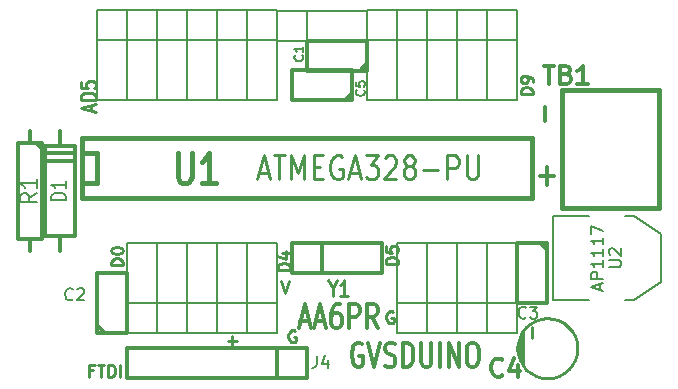
<source format=gto>
G04 (created by PCBNEW-RS274X (2012-01-19 BZR 3256)-stable) date 7/25/2012 10:56:42 AM*
G01*
G70*
G90*
%MOIN*%
G04 Gerber Fmt 3.4, Leading zero omitted, Abs format*
%FSLAX34Y34*%
G04 APERTURE LIST*
%ADD10C,0.006000*%
%ADD11C,0.010000*%
%ADD12C,0.012000*%
%ADD13C,0.008000*%
%ADD14C,0.015000*%
%ADD15C,0.010600*%
%ADD16C,0.007500*%
%ADD17C,0.011500*%
G04 APERTURE END LIST*
G54D10*
G54D11*
X59922Y-42405D02*
X59522Y-42405D01*
X59522Y-42310D01*
X59541Y-42252D01*
X59579Y-42214D01*
X59617Y-42195D01*
X59693Y-42176D01*
X59750Y-42176D01*
X59827Y-42195D01*
X59865Y-42214D01*
X59903Y-42252D01*
X59922Y-42310D01*
X59922Y-42405D01*
X59655Y-41833D02*
X59922Y-41833D01*
X59503Y-41929D02*
X59789Y-42024D01*
X59789Y-41776D01*
X59627Y-42772D02*
X59760Y-43172D01*
X59894Y-42772D01*
X63365Y-43791D02*
X63327Y-43772D01*
X63270Y-43772D01*
X63212Y-43791D01*
X63174Y-43829D01*
X63155Y-43867D01*
X63136Y-43943D01*
X63136Y-44000D01*
X63155Y-44077D01*
X63174Y-44115D01*
X63212Y-44153D01*
X63270Y-44172D01*
X63308Y-44172D01*
X63365Y-44153D01*
X63384Y-44134D01*
X63384Y-44000D01*
X63308Y-44000D01*
X63522Y-42205D02*
X63122Y-42205D01*
X63122Y-42110D01*
X63141Y-42052D01*
X63179Y-42014D01*
X63217Y-41995D01*
X63293Y-41976D01*
X63350Y-41976D01*
X63427Y-41995D01*
X63465Y-42014D01*
X63503Y-42052D01*
X63522Y-42110D01*
X63522Y-42205D01*
X63122Y-41614D02*
X63122Y-41805D01*
X63312Y-41824D01*
X63293Y-41805D01*
X63274Y-41767D01*
X63274Y-41671D01*
X63293Y-41633D01*
X63312Y-41614D01*
X63350Y-41595D01*
X63446Y-41595D01*
X63484Y-41614D01*
X63503Y-41633D01*
X63522Y-41671D01*
X63522Y-41767D01*
X63503Y-41805D01*
X63484Y-41824D01*
X57858Y-44770D02*
X58163Y-44770D01*
X58011Y-44922D02*
X58011Y-44617D01*
X60105Y-44431D02*
X60067Y-44412D01*
X60010Y-44412D01*
X59952Y-44431D01*
X59914Y-44469D01*
X59895Y-44507D01*
X59876Y-44583D01*
X59876Y-44640D01*
X59895Y-44717D01*
X59914Y-44755D01*
X59952Y-44793D01*
X60010Y-44812D01*
X60048Y-44812D01*
X60105Y-44793D01*
X60124Y-44774D01*
X60124Y-44640D01*
X60048Y-44640D01*
X54362Y-42245D02*
X53962Y-42245D01*
X53962Y-42150D01*
X53981Y-42092D01*
X54019Y-42054D01*
X54057Y-42035D01*
X54133Y-42016D01*
X54190Y-42016D01*
X54267Y-42035D01*
X54305Y-42054D01*
X54343Y-42092D01*
X54362Y-42150D01*
X54362Y-42245D01*
X53962Y-41769D02*
X53962Y-41730D01*
X53981Y-41692D01*
X54000Y-41673D01*
X54038Y-41654D01*
X54114Y-41635D01*
X54210Y-41635D01*
X54286Y-41654D01*
X54324Y-41673D01*
X54343Y-41692D01*
X54362Y-41730D01*
X54362Y-41769D01*
X54343Y-41807D01*
X54324Y-41826D01*
X54286Y-41845D01*
X54210Y-41864D01*
X54114Y-41864D01*
X54038Y-41845D01*
X54000Y-41826D01*
X53981Y-41807D01*
X53962Y-41769D01*
X68012Y-36545D02*
X67612Y-36545D01*
X67612Y-36450D01*
X67631Y-36392D01*
X67669Y-36354D01*
X67707Y-36335D01*
X67783Y-36316D01*
X67840Y-36316D01*
X67917Y-36335D01*
X67955Y-36354D01*
X67993Y-36392D01*
X68012Y-36450D01*
X68012Y-36545D01*
X68012Y-36126D02*
X68012Y-36050D01*
X67993Y-36011D01*
X67974Y-35992D01*
X67917Y-35954D01*
X67840Y-35935D01*
X67688Y-35935D01*
X67650Y-35954D01*
X67631Y-35973D01*
X67612Y-36011D01*
X67612Y-36088D01*
X67631Y-36126D01*
X67650Y-36145D01*
X67688Y-36164D01*
X67783Y-36164D01*
X67821Y-36145D01*
X67840Y-36126D01*
X67860Y-36088D01*
X67860Y-36011D01*
X67840Y-35973D01*
X67821Y-35954D01*
X67783Y-35935D01*
X53310Y-37086D02*
X53310Y-36895D01*
X53452Y-37124D02*
X52952Y-36991D01*
X53452Y-36857D01*
X53452Y-36724D02*
X52952Y-36724D01*
X52952Y-36629D01*
X52976Y-36571D01*
X53024Y-36533D01*
X53071Y-36514D01*
X53167Y-36495D01*
X53238Y-36495D01*
X53333Y-36514D01*
X53381Y-36533D01*
X53429Y-36571D01*
X53452Y-36629D01*
X53452Y-36724D01*
X52952Y-36133D02*
X52952Y-36324D01*
X53190Y-36343D01*
X53167Y-36324D01*
X53143Y-36286D01*
X53143Y-36190D01*
X53167Y-36152D01*
X53190Y-36133D01*
X53238Y-36114D01*
X53357Y-36114D01*
X53405Y-36133D01*
X53429Y-36152D01*
X53452Y-36190D01*
X53452Y-36286D01*
X53429Y-36324D01*
X53405Y-36343D01*
X53360Y-45752D02*
X53226Y-45752D01*
X53226Y-45962D02*
X53226Y-45562D01*
X53417Y-45562D01*
X53512Y-45562D02*
X53741Y-45562D01*
X53626Y-45962D02*
X53626Y-45562D01*
X53874Y-45962D02*
X53874Y-45562D01*
X53969Y-45562D01*
X54027Y-45581D01*
X54065Y-45619D01*
X54084Y-45657D01*
X54103Y-45733D01*
X54103Y-45790D01*
X54084Y-45867D01*
X54065Y-45905D01*
X54027Y-45943D01*
X53969Y-45962D01*
X53874Y-45962D01*
X54274Y-45962D02*
X54274Y-45562D01*
G54D12*
X68272Y-39269D02*
X68729Y-39269D01*
X68500Y-39574D02*
X68500Y-38964D01*
X68419Y-37428D02*
X68419Y-36971D01*
X60275Y-44105D02*
X60561Y-44105D01*
X60218Y-44334D02*
X60418Y-43534D01*
X60618Y-44334D01*
X60789Y-44105D02*
X61075Y-44105D01*
X60732Y-44334D02*
X60932Y-43534D01*
X61132Y-44334D01*
X61589Y-43534D02*
X61475Y-43534D01*
X61418Y-43572D01*
X61389Y-43610D01*
X61332Y-43724D01*
X61303Y-43877D01*
X61303Y-44181D01*
X61332Y-44258D01*
X61360Y-44296D01*
X61418Y-44334D01*
X61532Y-44334D01*
X61589Y-44296D01*
X61618Y-44258D01*
X61646Y-44181D01*
X61646Y-43991D01*
X61618Y-43915D01*
X61589Y-43877D01*
X61532Y-43839D01*
X61418Y-43839D01*
X61360Y-43877D01*
X61332Y-43915D01*
X61303Y-43991D01*
X61903Y-44334D02*
X61903Y-43534D01*
X62131Y-43534D01*
X62189Y-43572D01*
X62217Y-43610D01*
X62246Y-43686D01*
X62246Y-43800D01*
X62217Y-43877D01*
X62189Y-43915D01*
X62131Y-43953D01*
X61903Y-43953D01*
X62846Y-44334D02*
X62646Y-43953D01*
X62503Y-44334D02*
X62503Y-43534D01*
X62731Y-43534D01*
X62789Y-43572D01*
X62817Y-43610D01*
X62846Y-43686D01*
X62846Y-43800D01*
X62817Y-43877D01*
X62789Y-43915D01*
X62731Y-43953D01*
X62503Y-43953D01*
X62328Y-44862D02*
X62271Y-44824D01*
X62185Y-44824D01*
X62100Y-44862D01*
X62042Y-44938D01*
X62014Y-45014D01*
X61985Y-45167D01*
X61985Y-45281D01*
X62014Y-45433D01*
X62042Y-45510D01*
X62100Y-45586D01*
X62185Y-45624D01*
X62242Y-45624D01*
X62328Y-45586D01*
X62357Y-45548D01*
X62357Y-45281D01*
X62242Y-45281D01*
X62528Y-44824D02*
X62728Y-45624D01*
X62928Y-44824D01*
X63099Y-45586D02*
X63185Y-45624D01*
X63328Y-45624D01*
X63385Y-45586D01*
X63414Y-45548D01*
X63442Y-45471D01*
X63442Y-45395D01*
X63414Y-45319D01*
X63385Y-45281D01*
X63328Y-45243D01*
X63214Y-45205D01*
X63156Y-45167D01*
X63128Y-45129D01*
X63099Y-45052D01*
X63099Y-44976D01*
X63128Y-44900D01*
X63156Y-44862D01*
X63214Y-44824D01*
X63356Y-44824D01*
X63442Y-44862D01*
X63699Y-45624D02*
X63699Y-44824D01*
X63842Y-44824D01*
X63927Y-44862D01*
X63985Y-44938D01*
X64013Y-45014D01*
X64042Y-45167D01*
X64042Y-45281D01*
X64013Y-45433D01*
X63985Y-45510D01*
X63927Y-45586D01*
X63842Y-45624D01*
X63699Y-45624D01*
X64299Y-44824D02*
X64299Y-45471D01*
X64327Y-45548D01*
X64356Y-45586D01*
X64413Y-45624D01*
X64527Y-45624D01*
X64585Y-45586D01*
X64613Y-45548D01*
X64642Y-45471D01*
X64642Y-44824D01*
X64928Y-45624D02*
X64928Y-44824D01*
X65214Y-45624D02*
X65214Y-44824D01*
X65557Y-45624D01*
X65557Y-44824D01*
X65957Y-44824D02*
X66071Y-44824D01*
X66129Y-44862D01*
X66186Y-44938D01*
X66214Y-45090D01*
X66214Y-45357D01*
X66186Y-45510D01*
X66129Y-45586D01*
X66071Y-45624D01*
X65957Y-45624D01*
X65900Y-45586D01*
X65843Y-45510D01*
X65814Y-45357D01*
X65814Y-45090D01*
X65843Y-44938D01*
X65900Y-44862D01*
X65957Y-44824D01*
G54D13*
X69900Y-40600D02*
X68700Y-40600D01*
X68700Y-40600D02*
X68700Y-43400D01*
X68700Y-43400D02*
X69900Y-43400D01*
X71100Y-40600D02*
X71400Y-40600D01*
X71400Y-40600D02*
X72300Y-41200D01*
X72300Y-41200D02*
X72300Y-42800D01*
X72300Y-42800D02*
X71400Y-43400D01*
X71400Y-43400D02*
X71100Y-43400D01*
G54D12*
X60000Y-42500D02*
X60000Y-41500D01*
X60000Y-41500D02*
X63000Y-41500D01*
X63000Y-41500D02*
X63000Y-42500D01*
X63000Y-42500D02*
X60000Y-42500D01*
X61000Y-41500D02*
X61000Y-42500D01*
X61980Y-36750D02*
X60000Y-36750D01*
X60000Y-36750D02*
X60000Y-35750D01*
X60000Y-35750D02*
X62000Y-35750D01*
X62000Y-35750D02*
X62000Y-36750D01*
X62000Y-36500D02*
X61750Y-36750D01*
X68500Y-41520D02*
X68500Y-43500D01*
X68500Y-43500D02*
X67500Y-43500D01*
X67500Y-43500D02*
X67500Y-41500D01*
X67500Y-41500D02*
X68500Y-41500D01*
X68250Y-41500D02*
X68500Y-41750D01*
X53500Y-44480D02*
X53500Y-42500D01*
X53500Y-42500D02*
X54500Y-42500D01*
X54500Y-42500D02*
X54500Y-44500D01*
X54500Y-44500D02*
X53500Y-44500D01*
X53750Y-44500D02*
X53500Y-44250D01*
X62490Y-35760D02*
X60510Y-35760D01*
X60510Y-35760D02*
X60510Y-34760D01*
X60510Y-34760D02*
X62510Y-34760D01*
X62510Y-34760D02*
X62510Y-35760D01*
X62510Y-35510D02*
X62260Y-35760D01*
G54D14*
X53000Y-38000D02*
X68000Y-38000D01*
X68000Y-38000D02*
X68000Y-40000D01*
X68000Y-40000D02*
X53000Y-40000D01*
X53000Y-40000D02*
X53000Y-38000D01*
X53000Y-38500D02*
X53500Y-38500D01*
X53500Y-38500D02*
X53500Y-39500D01*
X53500Y-39500D02*
X53000Y-39500D01*
G54D11*
X68010Y-44660D02*
X68010Y-44310D01*
X67610Y-44610D02*
X67610Y-45410D01*
X67610Y-45410D02*
X67660Y-45410D01*
X67660Y-45410D02*
X67660Y-44610D01*
X67710Y-45610D02*
X67710Y-44410D01*
X69510Y-45010D02*
X69490Y-45204D01*
X69434Y-45391D01*
X69342Y-45563D01*
X69219Y-45714D01*
X69069Y-45839D01*
X68897Y-45931D01*
X68711Y-45989D01*
X68516Y-46009D01*
X68323Y-45992D01*
X68136Y-45937D01*
X67963Y-45846D01*
X67811Y-45724D01*
X67685Y-45574D01*
X67591Y-45403D01*
X67532Y-45217D01*
X67511Y-45023D01*
X67527Y-44830D01*
X67581Y-44642D01*
X67670Y-44469D01*
X67791Y-44316D01*
X67940Y-44189D01*
X68110Y-44094D01*
X68296Y-44034D01*
X68490Y-44011D01*
X68683Y-44026D01*
X68871Y-44078D01*
X69045Y-44166D01*
X69199Y-44286D01*
X69327Y-44434D01*
X69423Y-44604D01*
X69485Y-44789D01*
X69509Y-44983D01*
X69510Y-45010D01*
G54D14*
X72218Y-40334D02*
X72214Y-36397D01*
X68978Y-40330D02*
X68978Y-36397D01*
X72175Y-36397D02*
X69025Y-36397D01*
X72214Y-40334D02*
X68986Y-40334D01*
G54D12*
X60500Y-45000D02*
X60500Y-46000D01*
X60500Y-46000D02*
X54500Y-46000D01*
X54500Y-46000D02*
X54500Y-45000D01*
X54500Y-45000D02*
X60500Y-45000D01*
X59500Y-45000D02*
X59500Y-46000D01*
G54D10*
X59500Y-44500D02*
X58500Y-44500D01*
X58500Y-44500D02*
X58500Y-41500D01*
X58500Y-41500D02*
X59500Y-41500D01*
X59500Y-41500D02*
X59500Y-44500D01*
X58500Y-43500D02*
X59500Y-43500D01*
X62500Y-33750D02*
X63500Y-33750D01*
X63500Y-33750D02*
X63500Y-36750D01*
X63500Y-36750D02*
X62500Y-36750D01*
X62500Y-36750D02*
X62500Y-33750D01*
X63500Y-34750D02*
X62500Y-34750D01*
X63500Y-33750D02*
X64500Y-33750D01*
X64500Y-33750D02*
X64500Y-36750D01*
X64500Y-36750D02*
X63500Y-36750D01*
X63500Y-36750D02*
X63500Y-33750D01*
X64500Y-34750D02*
X63500Y-34750D01*
X64500Y-33750D02*
X65500Y-33750D01*
X65500Y-33750D02*
X65500Y-36750D01*
X65500Y-36750D02*
X64500Y-36750D01*
X64500Y-36750D02*
X64500Y-33750D01*
X65500Y-34750D02*
X64500Y-34750D01*
X65500Y-33750D02*
X66500Y-33750D01*
X66500Y-33750D02*
X66500Y-36750D01*
X66500Y-36750D02*
X65500Y-36750D01*
X65500Y-36750D02*
X65500Y-33750D01*
X66500Y-34750D02*
X65500Y-34750D01*
X66500Y-33750D02*
X67500Y-33750D01*
X67500Y-33750D02*
X67500Y-36750D01*
X67500Y-36750D02*
X66500Y-36750D01*
X66500Y-36750D02*
X66500Y-33750D01*
X67500Y-34750D02*
X66500Y-34750D01*
X67500Y-44500D02*
X66500Y-44500D01*
X66500Y-44500D02*
X66500Y-41500D01*
X66500Y-41500D02*
X67500Y-41500D01*
X67500Y-41500D02*
X67500Y-44500D01*
X66500Y-43500D02*
X67500Y-43500D01*
X66500Y-44500D02*
X65500Y-44500D01*
X65500Y-44500D02*
X65500Y-41500D01*
X65500Y-41500D02*
X66500Y-41500D01*
X66500Y-41500D02*
X66500Y-44500D01*
X65500Y-43500D02*
X66500Y-43500D01*
X65500Y-44500D02*
X64500Y-44500D01*
X64500Y-44500D02*
X64500Y-41500D01*
X64500Y-41500D02*
X65500Y-41500D01*
X65500Y-41500D02*
X65500Y-44500D01*
X64500Y-43500D02*
X65500Y-43500D01*
X64500Y-44500D02*
X63500Y-44500D01*
X63500Y-44500D02*
X63500Y-41500D01*
X63500Y-41500D02*
X64500Y-41500D01*
X64500Y-41500D02*
X64500Y-44500D01*
X63500Y-43500D02*
X64500Y-43500D01*
X58500Y-33750D02*
X59500Y-33750D01*
X59500Y-33750D02*
X59500Y-36750D01*
X59500Y-36750D02*
X58500Y-36750D01*
X58500Y-36750D02*
X58500Y-33750D01*
X59500Y-34750D02*
X58500Y-34750D01*
X58500Y-44500D02*
X57500Y-44500D01*
X57500Y-44500D02*
X57500Y-41500D01*
X57500Y-41500D02*
X58500Y-41500D01*
X58500Y-41500D02*
X58500Y-44500D01*
X57500Y-43500D02*
X58500Y-43500D01*
X57500Y-44500D02*
X56500Y-44500D01*
X56500Y-44500D02*
X56500Y-41500D01*
X56500Y-41500D02*
X57500Y-41500D01*
X57500Y-41500D02*
X57500Y-44500D01*
X56500Y-43500D02*
X57500Y-43500D01*
X56500Y-44500D02*
X55500Y-44500D01*
X55500Y-44500D02*
X55500Y-41500D01*
X55500Y-41500D02*
X56500Y-41500D01*
X56500Y-41500D02*
X56500Y-44500D01*
X55500Y-43500D02*
X56500Y-43500D01*
X55500Y-44500D02*
X54500Y-44500D01*
X54500Y-44500D02*
X54500Y-41500D01*
X54500Y-41500D02*
X55500Y-41500D01*
X55500Y-41500D02*
X55500Y-44500D01*
X54500Y-43500D02*
X55500Y-43500D01*
X53500Y-33750D02*
X54500Y-33750D01*
X54500Y-33750D02*
X54500Y-36750D01*
X54500Y-36750D02*
X53500Y-36750D01*
X53500Y-36750D02*
X53500Y-33750D01*
X54500Y-34750D02*
X53500Y-34750D01*
X54500Y-33750D02*
X55500Y-33750D01*
X55500Y-33750D02*
X55500Y-36750D01*
X55500Y-36750D02*
X54500Y-36750D01*
X54500Y-36750D02*
X54500Y-33750D01*
X55500Y-34750D02*
X54500Y-34750D01*
X55500Y-33750D02*
X56500Y-33750D01*
X56500Y-33750D02*
X56500Y-36750D01*
X56500Y-36750D02*
X55500Y-36750D01*
X55500Y-36750D02*
X55500Y-33750D01*
X56500Y-34750D02*
X55500Y-34750D01*
X56500Y-33750D02*
X57500Y-33750D01*
X57500Y-33750D02*
X57500Y-36750D01*
X57500Y-36750D02*
X56500Y-36750D01*
X56500Y-36750D02*
X56500Y-33750D01*
X57500Y-34750D02*
X56500Y-34750D01*
X57500Y-33750D02*
X58500Y-33750D01*
X58500Y-33750D02*
X58500Y-36750D01*
X58500Y-36750D02*
X57500Y-36750D01*
X57500Y-36750D02*
X57500Y-33750D01*
X58500Y-34750D02*
X57500Y-34750D01*
G54D12*
X51760Y-41260D02*
X51760Y-38260D01*
X51760Y-38260D02*
X52760Y-38260D01*
X52760Y-38260D02*
X52760Y-41260D01*
X52760Y-41260D02*
X51760Y-41260D01*
X51760Y-38510D02*
X52760Y-38510D01*
X52760Y-38760D02*
X51760Y-38760D01*
X52260Y-41260D02*
X52260Y-41760D01*
X52260Y-38260D02*
X52260Y-37760D01*
X51260Y-37760D02*
X51260Y-38160D01*
X51260Y-38160D02*
X51660Y-38160D01*
X51660Y-38160D02*
X51660Y-41360D01*
X51660Y-41360D02*
X50860Y-41360D01*
X50860Y-41360D02*
X50860Y-38160D01*
X50860Y-38160D02*
X51260Y-38160D01*
X51460Y-38160D02*
X51660Y-38360D01*
X51260Y-41760D02*
X51260Y-41360D01*
G54D10*
X59510Y-34760D02*
X59510Y-33760D01*
X59510Y-33760D02*
X62510Y-33760D01*
X62510Y-33760D02*
X62510Y-34760D01*
X62510Y-34760D02*
X59510Y-34760D01*
X60510Y-33760D02*
X60510Y-34760D01*
G54D13*
X70562Y-42305D02*
X70886Y-42305D01*
X70924Y-42286D01*
X70943Y-42267D01*
X70962Y-42229D01*
X70962Y-42152D01*
X70943Y-42114D01*
X70924Y-42095D01*
X70886Y-42076D01*
X70562Y-42076D01*
X70600Y-41905D02*
X70581Y-41886D01*
X70562Y-41848D01*
X70562Y-41752D01*
X70581Y-41714D01*
X70600Y-41695D01*
X70638Y-41676D01*
X70676Y-41676D01*
X70733Y-41695D01*
X70962Y-41924D01*
X70962Y-41676D01*
X70248Y-43057D02*
X70248Y-42866D01*
X70362Y-43095D02*
X69962Y-42962D01*
X70362Y-42828D01*
X70362Y-42695D02*
X69962Y-42695D01*
X69962Y-42542D01*
X69981Y-42504D01*
X70000Y-42485D01*
X70038Y-42466D01*
X70095Y-42466D01*
X70133Y-42485D01*
X70152Y-42504D01*
X70171Y-42542D01*
X70171Y-42695D01*
X70362Y-42085D02*
X70362Y-42314D01*
X70362Y-42200D02*
X69962Y-42200D01*
X70019Y-42238D01*
X70057Y-42276D01*
X70076Y-42314D01*
X70362Y-41704D02*
X70362Y-41933D01*
X70362Y-41819D02*
X69962Y-41819D01*
X70019Y-41857D01*
X70057Y-41895D01*
X70076Y-41933D01*
X70362Y-41323D02*
X70362Y-41552D01*
X70362Y-41438D02*
X69962Y-41438D01*
X70019Y-41476D01*
X70057Y-41514D01*
X70076Y-41552D01*
X69962Y-41190D02*
X69962Y-40923D01*
X70362Y-41095D01*
G54D15*
X61349Y-43013D02*
X61349Y-43254D01*
X61207Y-42749D02*
X61349Y-43013D01*
X61490Y-42749D01*
X61853Y-43254D02*
X61611Y-43254D01*
X61732Y-43254D02*
X61732Y-42749D01*
X61692Y-42821D01*
X61651Y-42869D01*
X61611Y-42893D01*
G54D16*
X62393Y-36400D02*
X62407Y-36414D01*
X62421Y-36457D01*
X62421Y-36486D01*
X62407Y-36529D01*
X62379Y-36557D01*
X62350Y-36572D01*
X62293Y-36586D01*
X62250Y-36586D01*
X62193Y-36572D01*
X62164Y-36557D01*
X62136Y-36529D01*
X62121Y-36486D01*
X62121Y-36457D01*
X62136Y-36414D01*
X62150Y-36400D01*
X62121Y-36129D02*
X62121Y-36272D01*
X62264Y-36286D01*
X62250Y-36272D01*
X62236Y-36243D01*
X62236Y-36172D01*
X62250Y-36143D01*
X62264Y-36129D01*
X62293Y-36114D01*
X62364Y-36114D01*
X62393Y-36129D01*
X62407Y-36143D01*
X62421Y-36172D01*
X62421Y-36243D01*
X62407Y-36272D01*
X62393Y-36286D01*
G54D13*
X67794Y-43984D02*
X67775Y-44003D01*
X67718Y-44022D01*
X67680Y-44022D01*
X67622Y-44003D01*
X67584Y-43965D01*
X67565Y-43927D01*
X67546Y-43850D01*
X67546Y-43793D01*
X67565Y-43717D01*
X67584Y-43679D01*
X67622Y-43641D01*
X67680Y-43622D01*
X67718Y-43622D01*
X67775Y-43641D01*
X67794Y-43660D01*
X67927Y-43622D02*
X68175Y-43622D01*
X68041Y-43774D01*
X68099Y-43774D01*
X68137Y-43793D01*
X68156Y-43812D01*
X68175Y-43850D01*
X68175Y-43946D01*
X68156Y-43984D01*
X68137Y-44003D01*
X68099Y-44022D01*
X67984Y-44022D01*
X67946Y-44003D01*
X67927Y-43984D01*
X52684Y-43374D02*
X52665Y-43393D01*
X52608Y-43412D01*
X52570Y-43412D01*
X52512Y-43393D01*
X52474Y-43355D01*
X52455Y-43317D01*
X52436Y-43240D01*
X52436Y-43183D01*
X52455Y-43107D01*
X52474Y-43069D01*
X52512Y-43031D01*
X52570Y-43012D01*
X52608Y-43012D01*
X52665Y-43031D01*
X52684Y-43050D01*
X52836Y-43050D02*
X52855Y-43031D01*
X52893Y-43012D01*
X52989Y-43012D01*
X53027Y-43031D01*
X53046Y-43050D01*
X53065Y-43088D01*
X53065Y-43126D01*
X53046Y-43183D01*
X52817Y-43412D01*
X53065Y-43412D01*
G54D16*
X60343Y-35250D02*
X60357Y-35264D01*
X60371Y-35307D01*
X60371Y-35336D01*
X60357Y-35379D01*
X60329Y-35407D01*
X60300Y-35422D01*
X60243Y-35436D01*
X60200Y-35436D01*
X60143Y-35422D01*
X60114Y-35407D01*
X60086Y-35379D01*
X60071Y-35336D01*
X60071Y-35307D01*
X60086Y-35264D01*
X60100Y-35250D01*
X60371Y-34964D02*
X60371Y-35136D01*
X60371Y-35050D02*
X60071Y-35050D01*
X60114Y-35079D01*
X60143Y-35107D01*
X60157Y-35136D01*
G54D14*
X56190Y-38505D02*
X56190Y-39314D01*
X56229Y-39410D01*
X56267Y-39457D01*
X56343Y-39505D01*
X56495Y-39505D01*
X56571Y-39457D01*
X56610Y-39410D01*
X56648Y-39314D01*
X56648Y-38505D01*
X57448Y-39505D02*
X56990Y-39505D01*
X57219Y-39505D02*
X57219Y-38505D01*
X57143Y-38648D01*
X57067Y-38743D01*
X56990Y-38790D01*
G54D17*
X58893Y-39155D02*
X59202Y-39155D01*
X58831Y-39384D02*
X59048Y-38584D01*
X59264Y-39384D01*
X59388Y-38584D02*
X59759Y-38584D01*
X59574Y-39384D02*
X59574Y-38584D01*
X59976Y-39384D02*
X59976Y-38584D01*
X60192Y-39155D01*
X60409Y-38584D01*
X60409Y-39384D01*
X60719Y-38965D02*
X60935Y-38965D01*
X61028Y-39384D02*
X60719Y-39384D01*
X60719Y-38584D01*
X61028Y-38584D01*
X61647Y-38622D02*
X61585Y-38584D01*
X61492Y-38584D01*
X61400Y-38622D01*
X61338Y-38698D01*
X61307Y-38774D01*
X61276Y-38927D01*
X61276Y-39041D01*
X61307Y-39193D01*
X61338Y-39270D01*
X61400Y-39346D01*
X61492Y-39384D01*
X61554Y-39384D01*
X61647Y-39346D01*
X61678Y-39308D01*
X61678Y-39041D01*
X61554Y-39041D01*
X61926Y-39155D02*
X62235Y-39155D01*
X61864Y-39384D02*
X62081Y-38584D01*
X62297Y-39384D01*
X62452Y-38584D02*
X62854Y-38584D01*
X62638Y-38889D01*
X62730Y-38889D01*
X62792Y-38927D01*
X62823Y-38965D01*
X62854Y-39041D01*
X62854Y-39231D01*
X62823Y-39308D01*
X62792Y-39346D01*
X62730Y-39384D01*
X62545Y-39384D01*
X62483Y-39346D01*
X62452Y-39308D01*
X63102Y-38660D02*
X63133Y-38622D01*
X63195Y-38584D01*
X63349Y-38584D01*
X63411Y-38622D01*
X63442Y-38660D01*
X63473Y-38736D01*
X63473Y-38812D01*
X63442Y-38927D01*
X63071Y-39384D01*
X63473Y-39384D01*
X63845Y-38927D02*
X63783Y-38889D01*
X63752Y-38850D01*
X63721Y-38774D01*
X63721Y-38736D01*
X63752Y-38660D01*
X63783Y-38622D01*
X63845Y-38584D01*
X63968Y-38584D01*
X64030Y-38622D01*
X64061Y-38660D01*
X64092Y-38736D01*
X64092Y-38774D01*
X64061Y-38850D01*
X64030Y-38889D01*
X63968Y-38927D01*
X63845Y-38927D01*
X63783Y-38965D01*
X63752Y-39003D01*
X63721Y-39079D01*
X63721Y-39231D01*
X63752Y-39308D01*
X63783Y-39346D01*
X63845Y-39384D01*
X63968Y-39384D01*
X64030Y-39346D01*
X64061Y-39308D01*
X64092Y-39231D01*
X64092Y-39079D01*
X64061Y-39003D01*
X64030Y-38965D01*
X63968Y-38927D01*
X64371Y-39079D02*
X64866Y-39079D01*
X65176Y-39384D02*
X65176Y-38584D01*
X65423Y-38584D01*
X65485Y-38622D01*
X65516Y-38660D01*
X65547Y-38736D01*
X65547Y-38850D01*
X65516Y-38927D01*
X65485Y-38965D01*
X65423Y-39003D01*
X65176Y-39003D01*
X65826Y-38584D02*
X65826Y-39231D01*
X65857Y-39308D01*
X65888Y-39346D01*
X65950Y-39384D01*
X66073Y-39384D01*
X66135Y-39346D01*
X66166Y-39308D01*
X66197Y-39231D01*
X66197Y-38584D01*
G54D12*
X67011Y-45896D02*
X66982Y-45924D01*
X66896Y-45953D01*
X66839Y-45953D01*
X66754Y-45924D01*
X66696Y-45867D01*
X66668Y-45810D01*
X66639Y-45696D01*
X66639Y-45610D01*
X66668Y-45496D01*
X66696Y-45439D01*
X66754Y-45381D01*
X66839Y-45353D01*
X66896Y-45353D01*
X66982Y-45381D01*
X67011Y-45410D01*
X67525Y-45553D02*
X67525Y-45953D01*
X67382Y-45324D02*
X67239Y-45753D01*
X67611Y-45753D01*
X68393Y-35593D02*
X68736Y-35593D01*
X68565Y-36193D02*
X68565Y-35593D01*
X69136Y-35879D02*
X69222Y-35907D01*
X69250Y-35936D01*
X69279Y-35993D01*
X69279Y-36079D01*
X69250Y-36136D01*
X69222Y-36164D01*
X69164Y-36193D01*
X68936Y-36193D01*
X68936Y-35593D01*
X69136Y-35593D01*
X69193Y-35621D01*
X69222Y-35650D01*
X69250Y-35707D01*
X69250Y-35764D01*
X69222Y-35821D01*
X69193Y-35850D01*
X69136Y-35879D01*
X68936Y-35879D01*
X69850Y-36193D02*
X69507Y-36193D01*
X69679Y-36193D02*
X69679Y-35593D01*
X69622Y-35679D01*
X69564Y-35736D01*
X69507Y-35764D01*
G54D13*
X60817Y-45262D02*
X60817Y-45548D01*
X60797Y-45605D01*
X60759Y-45643D01*
X60702Y-45662D01*
X60664Y-45662D01*
X61179Y-45395D02*
X61179Y-45662D01*
X61083Y-45243D02*
X60988Y-45529D01*
X61236Y-45529D01*
X52462Y-40055D02*
X51962Y-40055D01*
X51962Y-39960D01*
X51986Y-39902D01*
X52034Y-39864D01*
X52081Y-39845D01*
X52177Y-39826D01*
X52248Y-39826D01*
X52343Y-39845D01*
X52391Y-39864D01*
X52439Y-39902D01*
X52462Y-39960D01*
X52462Y-40055D01*
X52462Y-39445D02*
X52462Y-39674D01*
X52462Y-39560D02*
X51962Y-39560D01*
X52034Y-39598D01*
X52081Y-39636D01*
X52105Y-39674D01*
X51483Y-39843D02*
X51221Y-40010D01*
X51483Y-40129D02*
X50933Y-40129D01*
X50933Y-39938D01*
X50959Y-39891D01*
X50985Y-39867D01*
X51037Y-39843D01*
X51116Y-39843D01*
X51168Y-39867D01*
X51195Y-39891D01*
X51221Y-39938D01*
X51221Y-40129D01*
X51483Y-39367D02*
X51483Y-39653D01*
X51483Y-39510D02*
X50933Y-39510D01*
X51011Y-39558D01*
X51064Y-39605D01*
X51090Y-39653D01*
M02*

</source>
